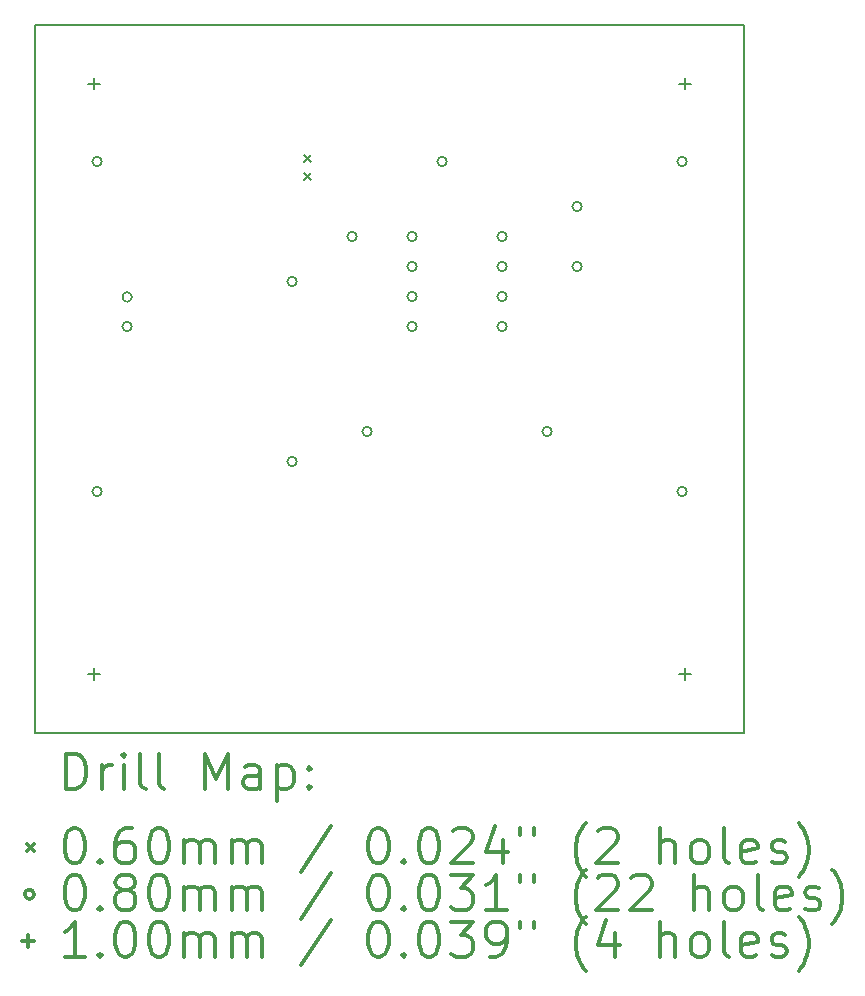
<source format=gbr>
%FSLAX45Y45*%
G04 Gerber Fmt 4.5, Leading zero omitted, Abs format (unit mm)*
G04 Created by KiCad (PCBNEW 4.0.7) date 02/11/18 20:18:56*
%MOMM*%
%LPD*%
G01*
G04 APERTURE LIST*
%ADD10C,0.127000*%
%ADD11C,0.150000*%
%ADD12C,0.200000*%
%ADD13C,0.300000*%
G04 APERTURE END LIST*
D10*
D11*
X9000000Y-15000000D02*
X9000000Y-9000000D01*
X15000000Y-15000000D02*
X9000000Y-15000000D01*
X15000000Y-9000000D02*
X15000000Y-15000000D01*
X9000000Y-9000000D02*
X15000000Y-9000000D01*
D12*
X11273000Y-10107000D02*
X11333000Y-10167000D01*
X11333000Y-10107000D02*
X11273000Y-10167000D01*
X11273000Y-10257000D02*
X11333000Y-10317000D01*
X11333000Y-10257000D02*
X11273000Y-10317000D01*
X9565000Y-10160000D02*
G75*
G03X9565000Y-10160000I-40000J0D01*
G01*
X9565000Y-12954000D02*
G75*
G03X9565000Y-12954000I-40000J0D01*
G01*
X9819000Y-11307000D02*
G75*
G03X9819000Y-11307000I-40000J0D01*
G01*
X9819000Y-11557000D02*
G75*
G03X9819000Y-11557000I-40000J0D01*
G01*
X11216000Y-11176000D02*
G75*
G03X11216000Y-11176000I-40000J0D01*
G01*
X11216000Y-12700000D02*
G75*
G03X11216000Y-12700000I-40000J0D01*
G01*
X11724000Y-10795000D02*
G75*
G03X11724000Y-10795000I-40000J0D01*
G01*
X11851000Y-12446000D02*
G75*
G03X11851000Y-12446000I-40000J0D01*
G01*
X12232000Y-10795000D02*
G75*
G03X12232000Y-10795000I-40000J0D01*
G01*
X12232000Y-11049000D02*
G75*
G03X12232000Y-11049000I-40000J0D01*
G01*
X12232000Y-11303000D02*
G75*
G03X12232000Y-11303000I-40000J0D01*
G01*
X12232000Y-11557000D02*
G75*
G03X12232000Y-11557000I-40000J0D01*
G01*
X12486000Y-10160000D02*
G75*
G03X12486000Y-10160000I-40000J0D01*
G01*
X12994000Y-10795000D02*
G75*
G03X12994000Y-10795000I-40000J0D01*
G01*
X12994000Y-11049000D02*
G75*
G03X12994000Y-11049000I-40000J0D01*
G01*
X12994000Y-11303000D02*
G75*
G03X12994000Y-11303000I-40000J0D01*
G01*
X12994000Y-11557000D02*
G75*
G03X12994000Y-11557000I-40000J0D01*
G01*
X13375000Y-12446000D02*
G75*
G03X13375000Y-12446000I-40000J0D01*
G01*
X13629000Y-10541000D02*
G75*
G03X13629000Y-10541000I-40000J0D01*
G01*
X13629000Y-11049000D02*
G75*
G03X13629000Y-11049000I-40000J0D01*
G01*
X14518000Y-10160000D02*
G75*
G03X14518000Y-10160000I-40000J0D01*
G01*
X14518000Y-12954000D02*
G75*
G03X14518000Y-12954000I-40000J0D01*
G01*
X9500000Y-9450000D02*
X9500000Y-9550000D01*
X9450000Y-9500000D02*
X9550000Y-9500000D01*
X9500000Y-14450000D02*
X9500000Y-14550000D01*
X9450000Y-14500000D02*
X9550000Y-14500000D01*
X14500000Y-9450000D02*
X14500000Y-9550000D01*
X14450000Y-9500000D02*
X14550000Y-9500000D01*
X14500000Y-14450000D02*
X14500000Y-14550000D01*
X14450000Y-14500000D02*
X14550000Y-14500000D01*
D13*
X9263929Y-15473214D02*
X9263929Y-15173214D01*
X9335357Y-15173214D01*
X9378214Y-15187500D01*
X9406786Y-15216071D01*
X9421071Y-15244643D01*
X9435357Y-15301786D01*
X9435357Y-15344643D01*
X9421071Y-15401786D01*
X9406786Y-15430357D01*
X9378214Y-15458929D01*
X9335357Y-15473214D01*
X9263929Y-15473214D01*
X9563929Y-15473214D02*
X9563929Y-15273214D01*
X9563929Y-15330357D02*
X9578214Y-15301786D01*
X9592500Y-15287500D01*
X9621071Y-15273214D01*
X9649643Y-15273214D01*
X9749643Y-15473214D02*
X9749643Y-15273214D01*
X9749643Y-15173214D02*
X9735357Y-15187500D01*
X9749643Y-15201786D01*
X9763929Y-15187500D01*
X9749643Y-15173214D01*
X9749643Y-15201786D01*
X9935357Y-15473214D02*
X9906786Y-15458929D01*
X9892500Y-15430357D01*
X9892500Y-15173214D01*
X10092500Y-15473214D02*
X10063929Y-15458929D01*
X10049643Y-15430357D01*
X10049643Y-15173214D01*
X10435357Y-15473214D02*
X10435357Y-15173214D01*
X10535357Y-15387500D01*
X10635357Y-15173214D01*
X10635357Y-15473214D01*
X10906786Y-15473214D02*
X10906786Y-15316071D01*
X10892500Y-15287500D01*
X10863929Y-15273214D01*
X10806786Y-15273214D01*
X10778214Y-15287500D01*
X10906786Y-15458929D02*
X10878214Y-15473214D01*
X10806786Y-15473214D01*
X10778214Y-15458929D01*
X10763929Y-15430357D01*
X10763929Y-15401786D01*
X10778214Y-15373214D01*
X10806786Y-15358929D01*
X10878214Y-15358929D01*
X10906786Y-15344643D01*
X11049643Y-15273214D02*
X11049643Y-15573214D01*
X11049643Y-15287500D02*
X11078214Y-15273214D01*
X11135357Y-15273214D01*
X11163929Y-15287500D01*
X11178214Y-15301786D01*
X11192500Y-15330357D01*
X11192500Y-15416071D01*
X11178214Y-15444643D01*
X11163929Y-15458929D01*
X11135357Y-15473214D01*
X11078214Y-15473214D01*
X11049643Y-15458929D01*
X11321071Y-15444643D02*
X11335357Y-15458929D01*
X11321071Y-15473214D01*
X11306786Y-15458929D01*
X11321071Y-15444643D01*
X11321071Y-15473214D01*
X11321071Y-15287500D02*
X11335357Y-15301786D01*
X11321071Y-15316071D01*
X11306786Y-15301786D01*
X11321071Y-15287500D01*
X11321071Y-15316071D01*
X8932500Y-15937500D02*
X8992500Y-15997500D01*
X8992500Y-15937500D02*
X8932500Y-15997500D01*
X9321071Y-15803214D02*
X9349643Y-15803214D01*
X9378214Y-15817500D01*
X9392500Y-15831786D01*
X9406786Y-15860357D01*
X9421071Y-15917500D01*
X9421071Y-15988929D01*
X9406786Y-16046071D01*
X9392500Y-16074643D01*
X9378214Y-16088929D01*
X9349643Y-16103214D01*
X9321071Y-16103214D01*
X9292500Y-16088929D01*
X9278214Y-16074643D01*
X9263929Y-16046071D01*
X9249643Y-15988929D01*
X9249643Y-15917500D01*
X9263929Y-15860357D01*
X9278214Y-15831786D01*
X9292500Y-15817500D01*
X9321071Y-15803214D01*
X9549643Y-16074643D02*
X9563929Y-16088929D01*
X9549643Y-16103214D01*
X9535357Y-16088929D01*
X9549643Y-16074643D01*
X9549643Y-16103214D01*
X9821071Y-15803214D02*
X9763928Y-15803214D01*
X9735357Y-15817500D01*
X9721071Y-15831786D01*
X9692500Y-15874643D01*
X9678214Y-15931786D01*
X9678214Y-16046071D01*
X9692500Y-16074643D01*
X9706786Y-16088929D01*
X9735357Y-16103214D01*
X9792500Y-16103214D01*
X9821071Y-16088929D01*
X9835357Y-16074643D01*
X9849643Y-16046071D01*
X9849643Y-15974643D01*
X9835357Y-15946071D01*
X9821071Y-15931786D01*
X9792500Y-15917500D01*
X9735357Y-15917500D01*
X9706786Y-15931786D01*
X9692500Y-15946071D01*
X9678214Y-15974643D01*
X10035357Y-15803214D02*
X10063929Y-15803214D01*
X10092500Y-15817500D01*
X10106786Y-15831786D01*
X10121071Y-15860357D01*
X10135357Y-15917500D01*
X10135357Y-15988929D01*
X10121071Y-16046071D01*
X10106786Y-16074643D01*
X10092500Y-16088929D01*
X10063929Y-16103214D01*
X10035357Y-16103214D01*
X10006786Y-16088929D01*
X9992500Y-16074643D01*
X9978214Y-16046071D01*
X9963929Y-15988929D01*
X9963929Y-15917500D01*
X9978214Y-15860357D01*
X9992500Y-15831786D01*
X10006786Y-15817500D01*
X10035357Y-15803214D01*
X10263929Y-16103214D02*
X10263929Y-15903214D01*
X10263929Y-15931786D02*
X10278214Y-15917500D01*
X10306786Y-15903214D01*
X10349643Y-15903214D01*
X10378214Y-15917500D01*
X10392500Y-15946071D01*
X10392500Y-16103214D01*
X10392500Y-15946071D02*
X10406786Y-15917500D01*
X10435357Y-15903214D01*
X10478214Y-15903214D01*
X10506786Y-15917500D01*
X10521071Y-15946071D01*
X10521071Y-16103214D01*
X10663929Y-16103214D02*
X10663929Y-15903214D01*
X10663929Y-15931786D02*
X10678214Y-15917500D01*
X10706786Y-15903214D01*
X10749643Y-15903214D01*
X10778214Y-15917500D01*
X10792500Y-15946071D01*
X10792500Y-16103214D01*
X10792500Y-15946071D02*
X10806786Y-15917500D01*
X10835357Y-15903214D01*
X10878214Y-15903214D01*
X10906786Y-15917500D01*
X10921071Y-15946071D01*
X10921071Y-16103214D01*
X11506786Y-15788929D02*
X11249643Y-16174643D01*
X11892500Y-15803214D02*
X11921071Y-15803214D01*
X11949643Y-15817500D01*
X11963928Y-15831786D01*
X11978214Y-15860357D01*
X11992500Y-15917500D01*
X11992500Y-15988929D01*
X11978214Y-16046071D01*
X11963928Y-16074643D01*
X11949643Y-16088929D01*
X11921071Y-16103214D01*
X11892500Y-16103214D01*
X11863928Y-16088929D01*
X11849643Y-16074643D01*
X11835357Y-16046071D01*
X11821071Y-15988929D01*
X11821071Y-15917500D01*
X11835357Y-15860357D01*
X11849643Y-15831786D01*
X11863928Y-15817500D01*
X11892500Y-15803214D01*
X12121071Y-16074643D02*
X12135357Y-16088929D01*
X12121071Y-16103214D01*
X12106786Y-16088929D01*
X12121071Y-16074643D01*
X12121071Y-16103214D01*
X12321071Y-15803214D02*
X12349643Y-15803214D01*
X12378214Y-15817500D01*
X12392500Y-15831786D01*
X12406785Y-15860357D01*
X12421071Y-15917500D01*
X12421071Y-15988929D01*
X12406785Y-16046071D01*
X12392500Y-16074643D01*
X12378214Y-16088929D01*
X12349643Y-16103214D01*
X12321071Y-16103214D01*
X12292500Y-16088929D01*
X12278214Y-16074643D01*
X12263928Y-16046071D01*
X12249643Y-15988929D01*
X12249643Y-15917500D01*
X12263928Y-15860357D01*
X12278214Y-15831786D01*
X12292500Y-15817500D01*
X12321071Y-15803214D01*
X12535357Y-15831786D02*
X12549643Y-15817500D01*
X12578214Y-15803214D01*
X12649643Y-15803214D01*
X12678214Y-15817500D01*
X12692500Y-15831786D01*
X12706785Y-15860357D01*
X12706785Y-15888929D01*
X12692500Y-15931786D01*
X12521071Y-16103214D01*
X12706785Y-16103214D01*
X12963928Y-15903214D02*
X12963928Y-16103214D01*
X12892500Y-15788929D02*
X12821071Y-16003214D01*
X13006785Y-16003214D01*
X13106786Y-15803214D02*
X13106786Y-15860357D01*
X13221071Y-15803214D02*
X13221071Y-15860357D01*
X13663928Y-16217500D02*
X13649643Y-16203214D01*
X13621071Y-16160357D01*
X13606785Y-16131786D01*
X13592500Y-16088929D01*
X13578214Y-16017500D01*
X13578214Y-15960357D01*
X13592500Y-15888929D01*
X13606785Y-15846071D01*
X13621071Y-15817500D01*
X13649643Y-15774643D01*
X13663928Y-15760357D01*
X13763928Y-15831786D02*
X13778214Y-15817500D01*
X13806785Y-15803214D01*
X13878214Y-15803214D01*
X13906785Y-15817500D01*
X13921071Y-15831786D01*
X13935357Y-15860357D01*
X13935357Y-15888929D01*
X13921071Y-15931786D01*
X13749643Y-16103214D01*
X13935357Y-16103214D01*
X14292500Y-16103214D02*
X14292500Y-15803214D01*
X14421071Y-16103214D02*
X14421071Y-15946071D01*
X14406785Y-15917500D01*
X14378214Y-15903214D01*
X14335357Y-15903214D01*
X14306785Y-15917500D01*
X14292500Y-15931786D01*
X14606785Y-16103214D02*
X14578214Y-16088929D01*
X14563928Y-16074643D01*
X14549643Y-16046071D01*
X14549643Y-15960357D01*
X14563928Y-15931786D01*
X14578214Y-15917500D01*
X14606785Y-15903214D01*
X14649643Y-15903214D01*
X14678214Y-15917500D01*
X14692500Y-15931786D01*
X14706785Y-15960357D01*
X14706785Y-16046071D01*
X14692500Y-16074643D01*
X14678214Y-16088929D01*
X14649643Y-16103214D01*
X14606785Y-16103214D01*
X14878214Y-16103214D02*
X14849643Y-16088929D01*
X14835357Y-16060357D01*
X14835357Y-15803214D01*
X15106786Y-16088929D02*
X15078214Y-16103214D01*
X15021071Y-16103214D01*
X14992500Y-16088929D01*
X14978214Y-16060357D01*
X14978214Y-15946071D01*
X14992500Y-15917500D01*
X15021071Y-15903214D01*
X15078214Y-15903214D01*
X15106786Y-15917500D01*
X15121071Y-15946071D01*
X15121071Y-15974643D01*
X14978214Y-16003214D01*
X15235357Y-16088929D02*
X15263928Y-16103214D01*
X15321071Y-16103214D01*
X15349643Y-16088929D01*
X15363928Y-16060357D01*
X15363928Y-16046071D01*
X15349643Y-16017500D01*
X15321071Y-16003214D01*
X15278214Y-16003214D01*
X15249643Y-15988929D01*
X15235357Y-15960357D01*
X15235357Y-15946071D01*
X15249643Y-15917500D01*
X15278214Y-15903214D01*
X15321071Y-15903214D01*
X15349643Y-15917500D01*
X15463928Y-16217500D02*
X15478214Y-16203214D01*
X15506786Y-16160357D01*
X15521071Y-16131786D01*
X15535357Y-16088929D01*
X15549643Y-16017500D01*
X15549643Y-15960357D01*
X15535357Y-15888929D01*
X15521071Y-15846071D01*
X15506786Y-15817500D01*
X15478214Y-15774643D01*
X15463928Y-15760357D01*
X8992500Y-16363500D02*
G75*
G03X8992500Y-16363500I-40000J0D01*
G01*
X9321071Y-16199214D02*
X9349643Y-16199214D01*
X9378214Y-16213500D01*
X9392500Y-16227786D01*
X9406786Y-16256357D01*
X9421071Y-16313500D01*
X9421071Y-16384929D01*
X9406786Y-16442071D01*
X9392500Y-16470643D01*
X9378214Y-16484929D01*
X9349643Y-16499214D01*
X9321071Y-16499214D01*
X9292500Y-16484929D01*
X9278214Y-16470643D01*
X9263929Y-16442071D01*
X9249643Y-16384929D01*
X9249643Y-16313500D01*
X9263929Y-16256357D01*
X9278214Y-16227786D01*
X9292500Y-16213500D01*
X9321071Y-16199214D01*
X9549643Y-16470643D02*
X9563929Y-16484929D01*
X9549643Y-16499214D01*
X9535357Y-16484929D01*
X9549643Y-16470643D01*
X9549643Y-16499214D01*
X9735357Y-16327786D02*
X9706786Y-16313500D01*
X9692500Y-16299214D01*
X9678214Y-16270643D01*
X9678214Y-16256357D01*
X9692500Y-16227786D01*
X9706786Y-16213500D01*
X9735357Y-16199214D01*
X9792500Y-16199214D01*
X9821071Y-16213500D01*
X9835357Y-16227786D01*
X9849643Y-16256357D01*
X9849643Y-16270643D01*
X9835357Y-16299214D01*
X9821071Y-16313500D01*
X9792500Y-16327786D01*
X9735357Y-16327786D01*
X9706786Y-16342071D01*
X9692500Y-16356357D01*
X9678214Y-16384929D01*
X9678214Y-16442071D01*
X9692500Y-16470643D01*
X9706786Y-16484929D01*
X9735357Y-16499214D01*
X9792500Y-16499214D01*
X9821071Y-16484929D01*
X9835357Y-16470643D01*
X9849643Y-16442071D01*
X9849643Y-16384929D01*
X9835357Y-16356357D01*
X9821071Y-16342071D01*
X9792500Y-16327786D01*
X10035357Y-16199214D02*
X10063929Y-16199214D01*
X10092500Y-16213500D01*
X10106786Y-16227786D01*
X10121071Y-16256357D01*
X10135357Y-16313500D01*
X10135357Y-16384929D01*
X10121071Y-16442071D01*
X10106786Y-16470643D01*
X10092500Y-16484929D01*
X10063929Y-16499214D01*
X10035357Y-16499214D01*
X10006786Y-16484929D01*
X9992500Y-16470643D01*
X9978214Y-16442071D01*
X9963929Y-16384929D01*
X9963929Y-16313500D01*
X9978214Y-16256357D01*
X9992500Y-16227786D01*
X10006786Y-16213500D01*
X10035357Y-16199214D01*
X10263929Y-16499214D02*
X10263929Y-16299214D01*
X10263929Y-16327786D02*
X10278214Y-16313500D01*
X10306786Y-16299214D01*
X10349643Y-16299214D01*
X10378214Y-16313500D01*
X10392500Y-16342071D01*
X10392500Y-16499214D01*
X10392500Y-16342071D02*
X10406786Y-16313500D01*
X10435357Y-16299214D01*
X10478214Y-16299214D01*
X10506786Y-16313500D01*
X10521071Y-16342071D01*
X10521071Y-16499214D01*
X10663929Y-16499214D02*
X10663929Y-16299214D01*
X10663929Y-16327786D02*
X10678214Y-16313500D01*
X10706786Y-16299214D01*
X10749643Y-16299214D01*
X10778214Y-16313500D01*
X10792500Y-16342071D01*
X10792500Y-16499214D01*
X10792500Y-16342071D02*
X10806786Y-16313500D01*
X10835357Y-16299214D01*
X10878214Y-16299214D01*
X10906786Y-16313500D01*
X10921071Y-16342071D01*
X10921071Y-16499214D01*
X11506786Y-16184929D02*
X11249643Y-16570643D01*
X11892500Y-16199214D02*
X11921071Y-16199214D01*
X11949643Y-16213500D01*
X11963928Y-16227786D01*
X11978214Y-16256357D01*
X11992500Y-16313500D01*
X11992500Y-16384929D01*
X11978214Y-16442071D01*
X11963928Y-16470643D01*
X11949643Y-16484929D01*
X11921071Y-16499214D01*
X11892500Y-16499214D01*
X11863928Y-16484929D01*
X11849643Y-16470643D01*
X11835357Y-16442071D01*
X11821071Y-16384929D01*
X11821071Y-16313500D01*
X11835357Y-16256357D01*
X11849643Y-16227786D01*
X11863928Y-16213500D01*
X11892500Y-16199214D01*
X12121071Y-16470643D02*
X12135357Y-16484929D01*
X12121071Y-16499214D01*
X12106786Y-16484929D01*
X12121071Y-16470643D01*
X12121071Y-16499214D01*
X12321071Y-16199214D02*
X12349643Y-16199214D01*
X12378214Y-16213500D01*
X12392500Y-16227786D01*
X12406785Y-16256357D01*
X12421071Y-16313500D01*
X12421071Y-16384929D01*
X12406785Y-16442071D01*
X12392500Y-16470643D01*
X12378214Y-16484929D01*
X12349643Y-16499214D01*
X12321071Y-16499214D01*
X12292500Y-16484929D01*
X12278214Y-16470643D01*
X12263928Y-16442071D01*
X12249643Y-16384929D01*
X12249643Y-16313500D01*
X12263928Y-16256357D01*
X12278214Y-16227786D01*
X12292500Y-16213500D01*
X12321071Y-16199214D01*
X12521071Y-16199214D02*
X12706785Y-16199214D01*
X12606785Y-16313500D01*
X12649643Y-16313500D01*
X12678214Y-16327786D01*
X12692500Y-16342071D01*
X12706785Y-16370643D01*
X12706785Y-16442071D01*
X12692500Y-16470643D01*
X12678214Y-16484929D01*
X12649643Y-16499214D01*
X12563928Y-16499214D01*
X12535357Y-16484929D01*
X12521071Y-16470643D01*
X12992500Y-16499214D02*
X12821071Y-16499214D01*
X12906785Y-16499214D02*
X12906785Y-16199214D01*
X12878214Y-16242071D01*
X12849643Y-16270643D01*
X12821071Y-16284929D01*
X13106786Y-16199214D02*
X13106786Y-16256357D01*
X13221071Y-16199214D02*
X13221071Y-16256357D01*
X13663928Y-16613500D02*
X13649643Y-16599214D01*
X13621071Y-16556357D01*
X13606785Y-16527786D01*
X13592500Y-16484929D01*
X13578214Y-16413500D01*
X13578214Y-16356357D01*
X13592500Y-16284929D01*
X13606785Y-16242071D01*
X13621071Y-16213500D01*
X13649643Y-16170643D01*
X13663928Y-16156357D01*
X13763928Y-16227786D02*
X13778214Y-16213500D01*
X13806785Y-16199214D01*
X13878214Y-16199214D01*
X13906785Y-16213500D01*
X13921071Y-16227786D01*
X13935357Y-16256357D01*
X13935357Y-16284929D01*
X13921071Y-16327786D01*
X13749643Y-16499214D01*
X13935357Y-16499214D01*
X14049643Y-16227786D02*
X14063928Y-16213500D01*
X14092500Y-16199214D01*
X14163928Y-16199214D01*
X14192500Y-16213500D01*
X14206785Y-16227786D01*
X14221071Y-16256357D01*
X14221071Y-16284929D01*
X14206785Y-16327786D01*
X14035357Y-16499214D01*
X14221071Y-16499214D01*
X14578214Y-16499214D02*
X14578214Y-16199214D01*
X14706785Y-16499214D02*
X14706785Y-16342071D01*
X14692500Y-16313500D01*
X14663928Y-16299214D01*
X14621071Y-16299214D01*
X14592500Y-16313500D01*
X14578214Y-16327786D01*
X14892500Y-16499214D02*
X14863928Y-16484929D01*
X14849643Y-16470643D01*
X14835357Y-16442071D01*
X14835357Y-16356357D01*
X14849643Y-16327786D01*
X14863928Y-16313500D01*
X14892500Y-16299214D01*
X14935357Y-16299214D01*
X14963928Y-16313500D01*
X14978214Y-16327786D01*
X14992500Y-16356357D01*
X14992500Y-16442071D01*
X14978214Y-16470643D01*
X14963928Y-16484929D01*
X14935357Y-16499214D01*
X14892500Y-16499214D01*
X15163928Y-16499214D02*
X15135357Y-16484929D01*
X15121071Y-16456357D01*
X15121071Y-16199214D01*
X15392500Y-16484929D02*
X15363928Y-16499214D01*
X15306786Y-16499214D01*
X15278214Y-16484929D01*
X15263928Y-16456357D01*
X15263928Y-16342071D01*
X15278214Y-16313500D01*
X15306786Y-16299214D01*
X15363928Y-16299214D01*
X15392500Y-16313500D01*
X15406786Y-16342071D01*
X15406786Y-16370643D01*
X15263928Y-16399214D01*
X15521071Y-16484929D02*
X15549643Y-16499214D01*
X15606786Y-16499214D01*
X15635357Y-16484929D01*
X15649643Y-16456357D01*
X15649643Y-16442071D01*
X15635357Y-16413500D01*
X15606786Y-16399214D01*
X15563928Y-16399214D01*
X15535357Y-16384929D01*
X15521071Y-16356357D01*
X15521071Y-16342071D01*
X15535357Y-16313500D01*
X15563928Y-16299214D01*
X15606786Y-16299214D01*
X15635357Y-16313500D01*
X15749643Y-16613500D02*
X15763928Y-16599214D01*
X15792500Y-16556357D01*
X15806786Y-16527786D01*
X15821071Y-16484929D01*
X15835357Y-16413500D01*
X15835357Y-16356357D01*
X15821071Y-16284929D01*
X15806786Y-16242071D01*
X15792500Y-16213500D01*
X15763928Y-16170643D01*
X15749643Y-16156357D01*
X8942500Y-16709500D02*
X8942500Y-16809500D01*
X8892500Y-16759500D02*
X8992500Y-16759500D01*
X9421071Y-16895214D02*
X9249643Y-16895214D01*
X9335357Y-16895214D02*
X9335357Y-16595214D01*
X9306786Y-16638071D01*
X9278214Y-16666643D01*
X9249643Y-16680929D01*
X9549643Y-16866643D02*
X9563929Y-16880929D01*
X9549643Y-16895214D01*
X9535357Y-16880929D01*
X9549643Y-16866643D01*
X9549643Y-16895214D01*
X9749643Y-16595214D02*
X9778214Y-16595214D01*
X9806786Y-16609500D01*
X9821071Y-16623786D01*
X9835357Y-16652357D01*
X9849643Y-16709500D01*
X9849643Y-16780929D01*
X9835357Y-16838072D01*
X9821071Y-16866643D01*
X9806786Y-16880929D01*
X9778214Y-16895214D01*
X9749643Y-16895214D01*
X9721071Y-16880929D01*
X9706786Y-16866643D01*
X9692500Y-16838072D01*
X9678214Y-16780929D01*
X9678214Y-16709500D01*
X9692500Y-16652357D01*
X9706786Y-16623786D01*
X9721071Y-16609500D01*
X9749643Y-16595214D01*
X10035357Y-16595214D02*
X10063929Y-16595214D01*
X10092500Y-16609500D01*
X10106786Y-16623786D01*
X10121071Y-16652357D01*
X10135357Y-16709500D01*
X10135357Y-16780929D01*
X10121071Y-16838072D01*
X10106786Y-16866643D01*
X10092500Y-16880929D01*
X10063929Y-16895214D01*
X10035357Y-16895214D01*
X10006786Y-16880929D01*
X9992500Y-16866643D01*
X9978214Y-16838072D01*
X9963929Y-16780929D01*
X9963929Y-16709500D01*
X9978214Y-16652357D01*
X9992500Y-16623786D01*
X10006786Y-16609500D01*
X10035357Y-16595214D01*
X10263929Y-16895214D02*
X10263929Y-16695214D01*
X10263929Y-16723786D02*
X10278214Y-16709500D01*
X10306786Y-16695214D01*
X10349643Y-16695214D01*
X10378214Y-16709500D01*
X10392500Y-16738071D01*
X10392500Y-16895214D01*
X10392500Y-16738071D02*
X10406786Y-16709500D01*
X10435357Y-16695214D01*
X10478214Y-16695214D01*
X10506786Y-16709500D01*
X10521071Y-16738071D01*
X10521071Y-16895214D01*
X10663929Y-16895214D02*
X10663929Y-16695214D01*
X10663929Y-16723786D02*
X10678214Y-16709500D01*
X10706786Y-16695214D01*
X10749643Y-16695214D01*
X10778214Y-16709500D01*
X10792500Y-16738071D01*
X10792500Y-16895214D01*
X10792500Y-16738071D02*
X10806786Y-16709500D01*
X10835357Y-16695214D01*
X10878214Y-16695214D01*
X10906786Y-16709500D01*
X10921071Y-16738071D01*
X10921071Y-16895214D01*
X11506786Y-16580929D02*
X11249643Y-16966643D01*
X11892500Y-16595214D02*
X11921071Y-16595214D01*
X11949643Y-16609500D01*
X11963928Y-16623786D01*
X11978214Y-16652357D01*
X11992500Y-16709500D01*
X11992500Y-16780929D01*
X11978214Y-16838072D01*
X11963928Y-16866643D01*
X11949643Y-16880929D01*
X11921071Y-16895214D01*
X11892500Y-16895214D01*
X11863928Y-16880929D01*
X11849643Y-16866643D01*
X11835357Y-16838072D01*
X11821071Y-16780929D01*
X11821071Y-16709500D01*
X11835357Y-16652357D01*
X11849643Y-16623786D01*
X11863928Y-16609500D01*
X11892500Y-16595214D01*
X12121071Y-16866643D02*
X12135357Y-16880929D01*
X12121071Y-16895214D01*
X12106786Y-16880929D01*
X12121071Y-16866643D01*
X12121071Y-16895214D01*
X12321071Y-16595214D02*
X12349643Y-16595214D01*
X12378214Y-16609500D01*
X12392500Y-16623786D01*
X12406785Y-16652357D01*
X12421071Y-16709500D01*
X12421071Y-16780929D01*
X12406785Y-16838072D01*
X12392500Y-16866643D01*
X12378214Y-16880929D01*
X12349643Y-16895214D01*
X12321071Y-16895214D01*
X12292500Y-16880929D01*
X12278214Y-16866643D01*
X12263928Y-16838072D01*
X12249643Y-16780929D01*
X12249643Y-16709500D01*
X12263928Y-16652357D01*
X12278214Y-16623786D01*
X12292500Y-16609500D01*
X12321071Y-16595214D01*
X12521071Y-16595214D02*
X12706785Y-16595214D01*
X12606785Y-16709500D01*
X12649643Y-16709500D01*
X12678214Y-16723786D01*
X12692500Y-16738071D01*
X12706785Y-16766643D01*
X12706785Y-16838072D01*
X12692500Y-16866643D01*
X12678214Y-16880929D01*
X12649643Y-16895214D01*
X12563928Y-16895214D01*
X12535357Y-16880929D01*
X12521071Y-16866643D01*
X12849643Y-16895214D02*
X12906785Y-16895214D01*
X12935357Y-16880929D01*
X12949643Y-16866643D01*
X12978214Y-16823786D01*
X12992500Y-16766643D01*
X12992500Y-16652357D01*
X12978214Y-16623786D01*
X12963928Y-16609500D01*
X12935357Y-16595214D01*
X12878214Y-16595214D01*
X12849643Y-16609500D01*
X12835357Y-16623786D01*
X12821071Y-16652357D01*
X12821071Y-16723786D01*
X12835357Y-16752357D01*
X12849643Y-16766643D01*
X12878214Y-16780929D01*
X12935357Y-16780929D01*
X12963928Y-16766643D01*
X12978214Y-16752357D01*
X12992500Y-16723786D01*
X13106786Y-16595214D02*
X13106786Y-16652357D01*
X13221071Y-16595214D02*
X13221071Y-16652357D01*
X13663928Y-17009500D02*
X13649643Y-16995214D01*
X13621071Y-16952357D01*
X13606785Y-16923786D01*
X13592500Y-16880929D01*
X13578214Y-16809500D01*
X13578214Y-16752357D01*
X13592500Y-16680929D01*
X13606785Y-16638071D01*
X13621071Y-16609500D01*
X13649643Y-16566643D01*
X13663928Y-16552357D01*
X13906785Y-16695214D02*
X13906785Y-16895214D01*
X13835357Y-16580929D02*
X13763928Y-16795214D01*
X13949643Y-16795214D01*
X14292500Y-16895214D02*
X14292500Y-16595214D01*
X14421071Y-16895214D02*
X14421071Y-16738071D01*
X14406785Y-16709500D01*
X14378214Y-16695214D01*
X14335357Y-16695214D01*
X14306785Y-16709500D01*
X14292500Y-16723786D01*
X14606785Y-16895214D02*
X14578214Y-16880929D01*
X14563928Y-16866643D01*
X14549643Y-16838072D01*
X14549643Y-16752357D01*
X14563928Y-16723786D01*
X14578214Y-16709500D01*
X14606785Y-16695214D01*
X14649643Y-16695214D01*
X14678214Y-16709500D01*
X14692500Y-16723786D01*
X14706785Y-16752357D01*
X14706785Y-16838072D01*
X14692500Y-16866643D01*
X14678214Y-16880929D01*
X14649643Y-16895214D01*
X14606785Y-16895214D01*
X14878214Y-16895214D02*
X14849643Y-16880929D01*
X14835357Y-16852357D01*
X14835357Y-16595214D01*
X15106786Y-16880929D02*
X15078214Y-16895214D01*
X15021071Y-16895214D01*
X14992500Y-16880929D01*
X14978214Y-16852357D01*
X14978214Y-16738071D01*
X14992500Y-16709500D01*
X15021071Y-16695214D01*
X15078214Y-16695214D01*
X15106786Y-16709500D01*
X15121071Y-16738071D01*
X15121071Y-16766643D01*
X14978214Y-16795214D01*
X15235357Y-16880929D02*
X15263928Y-16895214D01*
X15321071Y-16895214D01*
X15349643Y-16880929D01*
X15363928Y-16852357D01*
X15363928Y-16838072D01*
X15349643Y-16809500D01*
X15321071Y-16795214D01*
X15278214Y-16795214D01*
X15249643Y-16780929D01*
X15235357Y-16752357D01*
X15235357Y-16738071D01*
X15249643Y-16709500D01*
X15278214Y-16695214D01*
X15321071Y-16695214D01*
X15349643Y-16709500D01*
X15463928Y-17009500D02*
X15478214Y-16995214D01*
X15506786Y-16952357D01*
X15521071Y-16923786D01*
X15535357Y-16880929D01*
X15549643Y-16809500D01*
X15549643Y-16752357D01*
X15535357Y-16680929D01*
X15521071Y-16638071D01*
X15506786Y-16609500D01*
X15478214Y-16566643D01*
X15463928Y-16552357D01*
M02*

</source>
